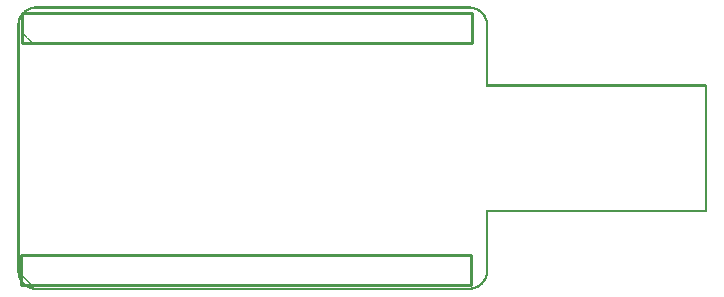
<source format=gto>
G04 MADE WITH FRITZING*
G04 WWW.FRITZING.ORG*
G04 DOUBLE SIDED*
G04 HOLES PLATED*
G04 CONTOUR ON CENTER OF CONTOUR VECTOR*
%ASAXBY*%
%FSLAX23Y23*%
%MOIN*%
%OFA0B0*%
%SFA1.0B1.0*%
%ADD10C,0.010000*%
%ADD11R,0.001000X0.001000*%
%LNSILK1*%
G90*
G70*
G54D10*
X11Y19D02*
X1511Y19D01*
D02*
X1511Y19D02*
X1511Y119D01*
D02*
X1511Y119D02*
X11Y119D01*
D02*
X11Y119D02*
X11Y19D01*
D02*
X14Y824D02*
X1514Y824D01*
D02*
X1514Y824D02*
X1514Y924D01*
D02*
X1514Y924D02*
X14Y924D01*
D02*
X14Y924D02*
X14Y824D01*
G54D11*
X55Y946D02*
X1513Y946D01*
X49Y945D02*
X1519Y945D01*
X46Y944D02*
X1523Y944D01*
X42Y943D02*
X1526Y943D01*
X40Y942D02*
X1529Y942D01*
X37Y941D02*
X1531Y941D01*
X35Y940D02*
X1534Y940D01*
X33Y939D02*
X1536Y939D01*
X32Y938D02*
X54Y938D01*
X1514Y938D02*
X1537Y938D01*
X30Y937D02*
X49Y937D01*
X1520Y937D02*
X1539Y937D01*
X28Y936D02*
X45Y936D01*
X1524Y936D02*
X1541Y936D01*
X27Y935D02*
X42Y935D01*
X1526Y935D02*
X1542Y935D01*
X25Y934D02*
X40Y934D01*
X1529Y934D02*
X1544Y934D01*
X24Y933D02*
X38Y933D01*
X1531Y933D02*
X1545Y933D01*
X23Y932D02*
X36Y932D01*
X1533Y932D02*
X1546Y932D01*
X22Y931D02*
X34Y931D01*
X1535Y931D02*
X1547Y931D01*
X21Y930D02*
X33Y930D01*
X1536Y930D02*
X1548Y930D01*
X19Y929D02*
X31Y929D01*
X1538Y929D02*
X1550Y929D01*
X18Y928D02*
X30Y928D01*
X1539Y928D02*
X1551Y928D01*
X17Y927D02*
X28Y927D01*
X1541Y927D02*
X1552Y927D01*
X17Y926D02*
X27Y926D01*
X1542Y926D02*
X1552Y926D01*
X16Y925D02*
X26Y925D01*
X1543Y925D02*
X1553Y925D01*
X15Y924D02*
X25Y924D01*
X1544Y924D02*
X1554Y924D01*
X14Y923D02*
X24Y923D01*
X1545Y923D02*
X1555Y923D01*
X13Y922D02*
X23Y922D01*
X1546Y922D02*
X1556Y922D01*
X12Y921D02*
X22Y921D01*
X1547Y921D02*
X1557Y921D01*
X12Y920D02*
X21Y920D01*
X1548Y920D02*
X1557Y920D01*
X11Y919D02*
X20Y919D01*
X1549Y919D02*
X1558Y919D01*
X10Y918D02*
X19Y918D01*
X1550Y918D02*
X1559Y918D01*
X10Y917D02*
X18Y917D01*
X1551Y917D02*
X1559Y917D01*
X9Y916D02*
X18Y916D01*
X1551Y916D02*
X1560Y916D01*
X9Y915D02*
X17Y915D01*
X1552Y915D02*
X1560Y915D01*
X8Y914D02*
X16Y914D01*
X1553Y914D02*
X1561Y914D01*
X7Y913D02*
X16Y913D01*
X1553Y913D02*
X1562Y913D01*
X7Y912D02*
X15Y912D01*
X1554Y912D02*
X1562Y912D01*
X6Y911D02*
X14Y911D01*
X1555Y911D02*
X1563Y911D01*
X6Y910D02*
X14Y910D01*
X1555Y910D02*
X1563Y910D01*
X5Y909D02*
X13Y909D01*
X1556Y909D02*
X1564Y909D01*
X5Y908D02*
X13Y908D01*
X1556Y908D02*
X1564Y908D01*
X5Y907D02*
X12Y907D01*
X1557Y907D02*
X1564Y907D01*
X4Y906D02*
X12Y906D01*
X1557Y906D02*
X1565Y906D01*
X4Y905D02*
X11Y905D01*
X1558Y905D02*
X1565Y905D01*
X4Y904D02*
X11Y904D01*
X1558Y904D02*
X1565Y904D01*
X3Y903D02*
X11Y903D01*
X1558Y903D02*
X1566Y903D01*
X3Y902D02*
X10Y902D01*
X1559Y902D02*
X1566Y902D01*
X3Y901D02*
X10Y901D01*
X1559Y901D02*
X1566Y901D01*
X2Y900D02*
X9Y900D01*
X1560Y900D02*
X1567Y900D01*
X2Y899D02*
X9Y899D01*
X1560Y899D02*
X1567Y899D01*
X2Y898D02*
X9Y898D01*
X1560Y898D02*
X1567Y898D01*
X2Y897D02*
X9Y897D01*
X1560Y897D02*
X1567Y897D01*
X1Y896D02*
X8Y896D01*
X1561Y896D02*
X1568Y896D01*
X1Y895D02*
X8Y895D01*
X1561Y895D02*
X1568Y895D01*
X1Y894D02*
X8Y894D01*
X1561Y894D02*
X1568Y894D01*
X1Y893D02*
X8Y893D01*
X1561Y893D02*
X1568Y893D01*
X1Y892D02*
X8Y892D01*
X1561Y892D02*
X1568Y892D01*
X1Y891D02*
X8Y891D01*
X1561Y891D02*
X1569Y891D01*
X0Y890D02*
X7Y890D01*
X1562Y890D02*
X1569Y890D01*
X0Y889D02*
X7Y889D01*
X1562Y889D02*
X1569Y889D01*
X0Y888D02*
X7Y888D01*
X1562Y888D02*
X1569Y888D01*
X0Y887D02*
X7Y887D01*
X1562Y887D02*
X1569Y887D01*
X0Y886D02*
X7Y886D01*
X1562Y886D02*
X1569Y886D01*
X0Y885D02*
X7Y885D01*
X1562Y885D02*
X1569Y885D01*
X0Y884D02*
X7Y884D01*
X1562Y884D02*
X1569Y884D01*
X0Y883D02*
X7Y883D01*
X1562Y883D02*
X1569Y883D01*
X0Y882D02*
X7Y882D01*
X1562Y882D02*
X1569Y882D01*
X0Y881D02*
X7Y881D01*
X1562Y881D02*
X1569Y881D01*
X0Y880D02*
X7Y880D01*
X1562Y880D02*
X1569Y880D01*
X0Y879D02*
X7Y879D01*
X1562Y879D02*
X1569Y879D01*
X0Y878D02*
X7Y878D01*
X1562Y878D02*
X1569Y878D01*
X0Y877D02*
X7Y877D01*
X1562Y877D02*
X1569Y877D01*
X0Y876D02*
X7Y876D01*
X1562Y876D02*
X1569Y876D01*
X0Y875D02*
X7Y875D01*
X1562Y875D02*
X1569Y875D01*
X0Y874D02*
X7Y874D01*
X1562Y874D02*
X1569Y874D01*
X0Y873D02*
X7Y873D01*
X1562Y873D02*
X1569Y873D01*
X0Y872D02*
X7Y872D01*
X1562Y872D02*
X1569Y872D01*
X0Y871D02*
X7Y871D01*
X1562Y871D02*
X1569Y871D01*
X0Y870D02*
X7Y870D01*
X1562Y870D02*
X1569Y870D01*
X0Y869D02*
X7Y869D01*
X1562Y869D02*
X1569Y869D01*
X0Y868D02*
X7Y868D01*
X1562Y868D02*
X1569Y868D01*
X0Y867D02*
X7Y867D01*
X1562Y867D02*
X1569Y867D01*
X0Y866D02*
X7Y866D01*
X1562Y866D02*
X1569Y866D01*
X0Y865D02*
X7Y865D01*
X1562Y865D02*
X1569Y865D01*
X0Y864D02*
X7Y864D01*
X1562Y864D02*
X1569Y864D01*
X0Y863D02*
X7Y863D01*
X1562Y863D02*
X1569Y863D01*
X0Y862D02*
X7Y862D01*
X1562Y862D02*
X1569Y862D01*
X0Y861D02*
X7Y861D01*
X15Y861D02*
X16Y861D01*
X1562Y861D02*
X1569Y861D01*
X0Y860D02*
X7Y860D01*
X14Y860D02*
X17Y860D01*
X1562Y860D02*
X1569Y860D01*
X0Y859D02*
X7Y859D01*
X13Y859D02*
X18Y859D01*
X1562Y859D02*
X1569Y859D01*
X0Y858D02*
X7Y858D01*
X13Y858D02*
X19Y858D01*
X1562Y858D02*
X1569Y858D01*
X0Y857D02*
X7Y857D01*
X14Y857D02*
X20Y857D01*
X1562Y857D02*
X1569Y857D01*
X0Y856D02*
X7Y856D01*
X15Y856D02*
X21Y856D01*
X1562Y856D02*
X1569Y856D01*
X0Y855D02*
X7Y855D01*
X16Y855D02*
X22Y855D01*
X1562Y855D02*
X1569Y855D01*
X0Y854D02*
X7Y854D01*
X17Y854D02*
X23Y854D01*
X1562Y854D02*
X1569Y854D01*
X0Y853D02*
X7Y853D01*
X18Y853D02*
X24Y853D01*
X1562Y853D02*
X1569Y853D01*
X0Y852D02*
X7Y852D01*
X19Y852D02*
X25Y852D01*
X1562Y852D02*
X1569Y852D01*
X0Y851D02*
X7Y851D01*
X20Y851D02*
X26Y851D01*
X1562Y851D02*
X1569Y851D01*
X0Y850D02*
X7Y850D01*
X21Y850D02*
X27Y850D01*
X1562Y850D02*
X1569Y850D01*
X0Y849D02*
X7Y849D01*
X22Y849D02*
X28Y849D01*
X1562Y849D02*
X1569Y849D01*
X0Y848D02*
X7Y848D01*
X23Y848D02*
X29Y848D01*
X1562Y848D02*
X1569Y848D01*
X0Y847D02*
X7Y847D01*
X24Y847D02*
X29Y847D01*
X1562Y847D02*
X1569Y847D01*
X0Y846D02*
X7Y846D01*
X25Y846D02*
X30Y846D01*
X1562Y846D02*
X1569Y846D01*
X0Y845D02*
X7Y845D01*
X26Y845D02*
X31Y845D01*
X1562Y845D02*
X1569Y845D01*
X0Y844D02*
X7Y844D01*
X27Y844D02*
X32Y844D01*
X1562Y844D02*
X1569Y844D01*
X0Y843D02*
X7Y843D01*
X28Y843D02*
X33Y843D01*
X1562Y843D02*
X1569Y843D01*
X0Y842D02*
X7Y842D01*
X29Y842D02*
X34Y842D01*
X1562Y842D02*
X1569Y842D01*
X0Y841D02*
X7Y841D01*
X30Y841D02*
X36Y841D01*
X1562Y841D02*
X1569Y841D01*
X0Y840D02*
X7Y840D01*
X31Y840D02*
X37Y840D01*
X1562Y840D02*
X1569Y840D01*
X0Y839D02*
X7Y839D01*
X32Y839D02*
X38Y839D01*
X1562Y839D02*
X1569Y839D01*
X0Y838D02*
X7Y838D01*
X33Y838D02*
X39Y838D01*
X1562Y838D02*
X1569Y838D01*
X0Y837D02*
X7Y837D01*
X34Y837D02*
X40Y837D01*
X1562Y837D02*
X1569Y837D01*
X0Y836D02*
X7Y836D01*
X35Y836D02*
X41Y836D01*
X1562Y836D02*
X1569Y836D01*
X0Y835D02*
X7Y835D01*
X36Y835D02*
X42Y835D01*
X1562Y835D02*
X1569Y835D01*
X0Y834D02*
X7Y834D01*
X37Y834D02*
X43Y834D01*
X1562Y834D02*
X1569Y834D01*
X0Y833D02*
X7Y833D01*
X38Y833D02*
X44Y833D01*
X1562Y833D02*
X1569Y833D01*
X0Y832D02*
X7Y832D01*
X39Y832D02*
X45Y832D01*
X1562Y832D02*
X1569Y832D01*
X0Y831D02*
X7Y831D01*
X40Y831D02*
X46Y831D01*
X1562Y831D02*
X1569Y831D01*
X0Y830D02*
X7Y830D01*
X41Y830D02*
X47Y830D01*
X1562Y830D02*
X1569Y830D01*
X0Y829D02*
X7Y829D01*
X42Y829D02*
X48Y829D01*
X1562Y829D02*
X1569Y829D01*
X0Y828D02*
X7Y828D01*
X43Y828D02*
X49Y828D01*
X1562Y828D02*
X1569Y828D01*
X0Y827D02*
X7Y827D01*
X44Y827D02*
X50Y827D01*
X1562Y827D02*
X1569Y827D01*
X0Y826D02*
X7Y826D01*
X45Y826D02*
X49Y826D01*
X1562Y826D02*
X1569Y826D01*
X0Y825D02*
X7Y825D01*
X46Y825D02*
X48Y825D01*
X1562Y825D02*
X1569Y825D01*
X0Y824D02*
X7Y824D01*
X47Y824D02*
X47Y824D01*
X1562Y824D02*
X1569Y824D01*
X0Y823D02*
X7Y823D01*
X1562Y823D02*
X1569Y823D01*
X0Y822D02*
X7Y822D01*
X1562Y822D02*
X1569Y822D01*
X0Y821D02*
X7Y821D01*
X1562Y821D02*
X1569Y821D01*
X0Y820D02*
X7Y820D01*
X1562Y820D02*
X1569Y820D01*
X0Y819D02*
X7Y819D01*
X1562Y819D02*
X1569Y819D01*
X0Y818D02*
X7Y818D01*
X1562Y818D02*
X1569Y818D01*
X0Y817D02*
X7Y817D01*
X1562Y817D02*
X1569Y817D01*
X0Y816D02*
X7Y816D01*
X1562Y816D02*
X1569Y816D01*
X0Y815D02*
X7Y815D01*
X1562Y815D02*
X1569Y815D01*
X0Y814D02*
X7Y814D01*
X1562Y814D02*
X1569Y814D01*
X0Y813D02*
X7Y813D01*
X1562Y813D02*
X1569Y813D01*
X0Y812D02*
X7Y812D01*
X1562Y812D02*
X1569Y812D01*
X0Y811D02*
X7Y811D01*
X1562Y811D02*
X1569Y811D01*
X0Y810D02*
X7Y810D01*
X1562Y810D02*
X1569Y810D01*
X0Y809D02*
X7Y809D01*
X1562Y809D02*
X1569Y809D01*
X0Y808D02*
X7Y808D01*
X1562Y808D02*
X1569Y808D01*
X0Y807D02*
X7Y807D01*
X1562Y807D02*
X1569Y807D01*
X0Y806D02*
X7Y806D01*
X1562Y806D02*
X1569Y806D01*
X0Y805D02*
X7Y805D01*
X1562Y805D02*
X1569Y805D01*
X0Y804D02*
X7Y804D01*
X1562Y804D02*
X1569Y804D01*
X0Y803D02*
X7Y803D01*
X1562Y803D02*
X1569Y803D01*
X0Y802D02*
X7Y802D01*
X1562Y802D02*
X1569Y802D01*
X0Y801D02*
X7Y801D01*
X1562Y801D02*
X1569Y801D01*
X0Y800D02*
X7Y800D01*
X1562Y800D02*
X1569Y800D01*
X0Y799D02*
X7Y799D01*
X1562Y799D02*
X1569Y799D01*
X0Y798D02*
X7Y798D01*
X1562Y798D02*
X1569Y798D01*
X0Y797D02*
X7Y797D01*
X1562Y797D02*
X1569Y797D01*
X0Y796D02*
X7Y796D01*
X1562Y796D02*
X1569Y796D01*
X0Y795D02*
X7Y795D01*
X1562Y795D02*
X1569Y795D01*
X0Y794D02*
X7Y794D01*
X1562Y794D02*
X1569Y794D01*
X0Y793D02*
X7Y793D01*
X1562Y793D02*
X1569Y793D01*
X0Y792D02*
X7Y792D01*
X1562Y792D02*
X1569Y792D01*
X0Y791D02*
X7Y791D01*
X1562Y791D02*
X1569Y791D01*
X0Y790D02*
X7Y790D01*
X1562Y790D02*
X1569Y790D01*
X0Y789D02*
X7Y789D01*
X1562Y789D02*
X1569Y789D01*
X0Y788D02*
X7Y788D01*
X1562Y788D02*
X1569Y788D01*
X0Y787D02*
X7Y787D01*
X1562Y787D02*
X1569Y787D01*
X0Y786D02*
X7Y786D01*
X1562Y786D02*
X1569Y786D01*
X0Y785D02*
X7Y785D01*
X1562Y785D02*
X1569Y785D01*
X0Y784D02*
X7Y784D01*
X1562Y784D02*
X1569Y784D01*
X0Y783D02*
X7Y783D01*
X1562Y783D02*
X1569Y783D01*
X0Y782D02*
X7Y782D01*
X1562Y782D02*
X1569Y782D01*
X0Y781D02*
X7Y781D01*
X1562Y781D02*
X1569Y781D01*
X0Y780D02*
X7Y780D01*
X1562Y780D02*
X1569Y780D01*
X0Y779D02*
X7Y779D01*
X1562Y779D02*
X1569Y779D01*
X0Y778D02*
X7Y778D01*
X1562Y778D02*
X1569Y778D01*
X0Y777D02*
X7Y777D01*
X1562Y777D02*
X1569Y777D01*
X0Y776D02*
X7Y776D01*
X1562Y776D02*
X1569Y776D01*
X0Y775D02*
X7Y775D01*
X1562Y775D02*
X1569Y775D01*
X0Y774D02*
X7Y774D01*
X1562Y774D02*
X1569Y774D01*
X0Y773D02*
X7Y773D01*
X1562Y773D02*
X1569Y773D01*
X0Y772D02*
X7Y772D01*
X1562Y772D02*
X1569Y772D01*
X0Y771D02*
X7Y771D01*
X1562Y771D02*
X1569Y771D01*
X0Y770D02*
X7Y770D01*
X1562Y770D02*
X1569Y770D01*
X0Y769D02*
X7Y769D01*
X1562Y769D02*
X1569Y769D01*
X0Y768D02*
X7Y768D01*
X1562Y768D02*
X1569Y768D01*
X0Y767D02*
X7Y767D01*
X1562Y767D02*
X1569Y767D01*
X0Y766D02*
X7Y766D01*
X1562Y766D02*
X1569Y766D01*
X0Y765D02*
X7Y765D01*
X1562Y765D02*
X1569Y765D01*
X0Y764D02*
X7Y764D01*
X1562Y764D02*
X1569Y764D01*
X0Y763D02*
X7Y763D01*
X1562Y763D02*
X1569Y763D01*
X0Y762D02*
X7Y762D01*
X1562Y762D02*
X1569Y762D01*
X0Y761D02*
X7Y761D01*
X1562Y761D02*
X1569Y761D01*
X0Y760D02*
X7Y760D01*
X1562Y760D02*
X1569Y760D01*
X0Y759D02*
X7Y759D01*
X1562Y759D02*
X1569Y759D01*
X0Y758D02*
X7Y758D01*
X1562Y758D02*
X1569Y758D01*
X0Y757D02*
X7Y757D01*
X1562Y757D02*
X1569Y757D01*
X0Y756D02*
X7Y756D01*
X1562Y756D02*
X1569Y756D01*
X0Y755D02*
X7Y755D01*
X1562Y755D02*
X1569Y755D01*
X0Y754D02*
X7Y754D01*
X1562Y754D02*
X1569Y754D01*
X0Y753D02*
X7Y753D01*
X1562Y753D02*
X1569Y753D01*
X0Y752D02*
X7Y752D01*
X1562Y752D02*
X1569Y752D01*
X0Y751D02*
X7Y751D01*
X1562Y751D02*
X1569Y751D01*
X0Y750D02*
X7Y750D01*
X1562Y750D02*
X1569Y750D01*
X0Y749D02*
X7Y749D01*
X1562Y749D02*
X1569Y749D01*
X0Y748D02*
X7Y748D01*
X1562Y748D02*
X1569Y748D01*
X0Y747D02*
X7Y747D01*
X1562Y747D02*
X1569Y747D01*
X0Y746D02*
X7Y746D01*
X1562Y746D02*
X1569Y746D01*
X0Y745D02*
X7Y745D01*
X1562Y745D02*
X1569Y745D01*
X0Y744D02*
X7Y744D01*
X1562Y744D02*
X1569Y744D01*
X0Y743D02*
X7Y743D01*
X1562Y743D02*
X1569Y743D01*
X0Y742D02*
X7Y742D01*
X1562Y742D02*
X1569Y742D01*
X0Y741D02*
X7Y741D01*
X1562Y741D02*
X1569Y741D01*
X0Y740D02*
X7Y740D01*
X1562Y740D02*
X1569Y740D01*
X0Y739D02*
X7Y739D01*
X1562Y739D02*
X1569Y739D01*
X0Y738D02*
X7Y738D01*
X1562Y738D02*
X1569Y738D01*
X0Y737D02*
X7Y737D01*
X1562Y737D02*
X1569Y737D01*
X0Y736D02*
X7Y736D01*
X1562Y736D02*
X1569Y736D01*
X0Y735D02*
X7Y735D01*
X1562Y735D02*
X1569Y735D01*
X0Y734D02*
X7Y734D01*
X1562Y734D02*
X1569Y734D01*
X0Y733D02*
X7Y733D01*
X1562Y733D02*
X1569Y733D01*
X0Y732D02*
X7Y732D01*
X1562Y732D02*
X1569Y732D01*
X0Y731D02*
X7Y731D01*
X1562Y731D02*
X1569Y731D01*
X0Y730D02*
X7Y730D01*
X1562Y730D02*
X1569Y730D01*
X0Y729D02*
X7Y729D01*
X1562Y729D02*
X1569Y729D01*
X0Y728D02*
X7Y728D01*
X1562Y728D02*
X1569Y728D01*
X0Y727D02*
X7Y727D01*
X1562Y727D02*
X1569Y727D01*
X0Y726D02*
X7Y726D01*
X1562Y726D02*
X1569Y726D01*
X0Y725D02*
X7Y725D01*
X1562Y725D02*
X1569Y725D01*
X0Y724D02*
X7Y724D01*
X1562Y724D02*
X1569Y724D01*
X0Y723D02*
X7Y723D01*
X1562Y723D02*
X1569Y723D01*
X0Y722D02*
X7Y722D01*
X1562Y722D02*
X1569Y722D01*
X0Y721D02*
X7Y721D01*
X1562Y721D02*
X1569Y721D01*
X0Y720D02*
X7Y720D01*
X1562Y720D02*
X1569Y720D01*
X0Y719D02*
X7Y719D01*
X1562Y719D02*
X1569Y719D01*
X0Y718D02*
X7Y718D01*
X1562Y718D02*
X1569Y718D01*
X0Y717D02*
X7Y717D01*
X1562Y717D02*
X1569Y717D01*
X0Y716D02*
X7Y716D01*
X1562Y716D02*
X1569Y716D01*
X0Y715D02*
X7Y715D01*
X1562Y715D02*
X1569Y715D01*
X0Y714D02*
X7Y714D01*
X1562Y714D02*
X1569Y714D01*
X0Y713D02*
X7Y713D01*
X1562Y713D02*
X1569Y713D01*
X0Y712D02*
X7Y712D01*
X1562Y712D02*
X1569Y712D01*
X0Y711D02*
X7Y711D01*
X1562Y711D02*
X1569Y711D01*
X0Y710D02*
X7Y710D01*
X1562Y710D02*
X1569Y710D01*
X0Y709D02*
X7Y709D01*
X1562Y709D02*
X1569Y709D01*
X0Y708D02*
X7Y708D01*
X1562Y708D02*
X1569Y708D01*
X0Y707D02*
X7Y707D01*
X1562Y707D02*
X1569Y707D01*
X0Y706D02*
X7Y706D01*
X1562Y706D02*
X1569Y706D01*
X0Y705D02*
X7Y705D01*
X1562Y705D02*
X1569Y705D01*
X0Y704D02*
X7Y704D01*
X1562Y704D02*
X1569Y704D01*
X0Y703D02*
X7Y703D01*
X1562Y703D02*
X1569Y703D01*
X0Y702D02*
X7Y702D01*
X1562Y702D02*
X1569Y702D01*
X0Y701D02*
X7Y701D01*
X1562Y701D02*
X1569Y701D01*
X0Y700D02*
X7Y700D01*
X1562Y700D02*
X1569Y700D01*
X0Y699D02*
X7Y699D01*
X1562Y699D02*
X1569Y699D01*
X0Y698D02*
X7Y698D01*
X1562Y698D02*
X1569Y698D01*
X0Y697D02*
X7Y697D01*
X1562Y697D02*
X1569Y697D01*
X0Y696D02*
X7Y696D01*
X1562Y696D02*
X1569Y696D01*
X0Y695D02*
X7Y695D01*
X1562Y695D02*
X1569Y695D01*
X0Y694D02*
X7Y694D01*
X1562Y694D02*
X1569Y694D01*
X0Y693D02*
X7Y693D01*
X1562Y693D02*
X1569Y693D01*
X0Y692D02*
X7Y692D01*
X1562Y692D02*
X1569Y692D01*
X0Y691D02*
X7Y691D01*
X1562Y691D02*
X1569Y691D01*
X0Y690D02*
X7Y690D01*
X1562Y690D02*
X1569Y690D01*
X0Y689D02*
X7Y689D01*
X1562Y689D02*
X1569Y689D01*
X0Y688D02*
X7Y688D01*
X1562Y688D02*
X1569Y688D01*
X0Y687D02*
X7Y687D01*
X1562Y687D02*
X1569Y687D01*
X0Y686D02*
X7Y686D01*
X1562Y686D02*
X2295Y686D01*
X0Y685D02*
X7Y685D01*
X1562Y685D02*
X2297Y685D01*
X0Y684D02*
X7Y684D01*
X1562Y684D02*
X2298Y684D01*
X0Y683D02*
X7Y683D01*
X1562Y683D02*
X2298Y683D01*
X0Y682D02*
X7Y682D01*
X1562Y682D02*
X2298Y682D01*
X0Y681D02*
X7Y681D01*
X1562Y681D02*
X2298Y681D01*
X0Y680D02*
X7Y680D01*
X1563Y680D02*
X2298Y680D01*
X0Y679D02*
X7Y679D01*
X1564Y679D02*
X2298Y679D01*
X0Y678D02*
X7Y678D01*
X2291Y678D02*
X2298Y678D01*
X0Y677D02*
X7Y677D01*
X2291Y677D02*
X2298Y677D01*
X0Y676D02*
X7Y676D01*
X2291Y676D02*
X2298Y676D01*
X0Y675D02*
X7Y675D01*
X2291Y675D02*
X2298Y675D01*
X0Y674D02*
X7Y674D01*
X2291Y674D02*
X2298Y674D01*
X0Y673D02*
X7Y673D01*
X2291Y673D02*
X2298Y673D01*
X0Y672D02*
X7Y672D01*
X2291Y672D02*
X2298Y672D01*
X0Y671D02*
X7Y671D01*
X2291Y671D02*
X2298Y671D01*
X0Y670D02*
X7Y670D01*
X2291Y670D02*
X2298Y670D01*
X0Y669D02*
X7Y669D01*
X2291Y669D02*
X2298Y669D01*
X0Y668D02*
X7Y668D01*
X2291Y668D02*
X2298Y668D01*
X0Y667D02*
X7Y667D01*
X2291Y667D02*
X2298Y667D01*
X0Y666D02*
X7Y666D01*
X2291Y666D02*
X2298Y666D01*
X0Y665D02*
X7Y665D01*
X2291Y665D02*
X2298Y665D01*
X0Y664D02*
X7Y664D01*
X2291Y664D02*
X2298Y664D01*
X0Y663D02*
X7Y663D01*
X2291Y663D02*
X2298Y663D01*
X0Y662D02*
X7Y662D01*
X2291Y662D02*
X2298Y662D01*
X0Y661D02*
X7Y661D01*
X2291Y661D02*
X2298Y661D01*
X0Y660D02*
X7Y660D01*
X2291Y660D02*
X2298Y660D01*
X0Y659D02*
X7Y659D01*
X2291Y659D02*
X2298Y659D01*
X0Y658D02*
X7Y658D01*
X2291Y658D02*
X2298Y658D01*
X0Y657D02*
X7Y657D01*
X2291Y657D02*
X2298Y657D01*
X0Y656D02*
X7Y656D01*
X2291Y656D02*
X2298Y656D01*
X0Y655D02*
X7Y655D01*
X2291Y655D02*
X2298Y655D01*
X0Y654D02*
X7Y654D01*
X2291Y654D02*
X2298Y654D01*
X0Y653D02*
X7Y653D01*
X2291Y653D02*
X2298Y653D01*
X0Y652D02*
X7Y652D01*
X2291Y652D02*
X2298Y652D01*
X0Y651D02*
X7Y651D01*
X2291Y651D02*
X2298Y651D01*
X0Y650D02*
X7Y650D01*
X2291Y650D02*
X2298Y650D01*
X0Y649D02*
X7Y649D01*
X2291Y649D02*
X2298Y649D01*
X0Y648D02*
X7Y648D01*
X2291Y648D02*
X2298Y648D01*
X0Y647D02*
X7Y647D01*
X2291Y647D02*
X2298Y647D01*
X0Y646D02*
X7Y646D01*
X2291Y646D02*
X2298Y646D01*
X0Y645D02*
X7Y645D01*
X2291Y645D02*
X2298Y645D01*
X0Y644D02*
X7Y644D01*
X2291Y644D02*
X2298Y644D01*
X0Y643D02*
X7Y643D01*
X2291Y643D02*
X2298Y643D01*
X0Y642D02*
X7Y642D01*
X2291Y642D02*
X2298Y642D01*
X0Y641D02*
X7Y641D01*
X2291Y641D02*
X2298Y641D01*
X0Y640D02*
X7Y640D01*
X2291Y640D02*
X2298Y640D01*
X0Y639D02*
X7Y639D01*
X2291Y639D02*
X2298Y639D01*
X0Y638D02*
X7Y638D01*
X2291Y638D02*
X2298Y638D01*
X0Y637D02*
X7Y637D01*
X2291Y637D02*
X2298Y637D01*
X0Y636D02*
X7Y636D01*
X2291Y636D02*
X2298Y636D01*
X0Y635D02*
X7Y635D01*
X2291Y635D02*
X2298Y635D01*
X0Y634D02*
X7Y634D01*
X2291Y634D02*
X2298Y634D01*
X0Y633D02*
X7Y633D01*
X2291Y633D02*
X2298Y633D01*
X0Y632D02*
X7Y632D01*
X2291Y632D02*
X2298Y632D01*
X0Y631D02*
X7Y631D01*
X2291Y631D02*
X2298Y631D01*
X0Y630D02*
X7Y630D01*
X2291Y630D02*
X2298Y630D01*
X0Y629D02*
X7Y629D01*
X2291Y629D02*
X2298Y629D01*
X0Y628D02*
X7Y628D01*
X2291Y628D02*
X2298Y628D01*
X0Y627D02*
X7Y627D01*
X2291Y627D02*
X2298Y627D01*
X0Y626D02*
X7Y626D01*
X2291Y626D02*
X2298Y626D01*
X0Y625D02*
X7Y625D01*
X2291Y625D02*
X2298Y625D01*
X0Y624D02*
X7Y624D01*
X2291Y624D02*
X2298Y624D01*
X0Y623D02*
X7Y623D01*
X2291Y623D02*
X2298Y623D01*
X0Y622D02*
X7Y622D01*
X2291Y622D02*
X2298Y622D01*
X0Y621D02*
X7Y621D01*
X2291Y621D02*
X2298Y621D01*
X0Y620D02*
X7Y620D01*
X2291Y620D02*
X2298Y620D01*
X0Y619D02*
X7Y619D01*
X2291Y619D02*
X2298Y619D01*
X0Y618D02*
X7Y618D01*
X2291Y618D02*
X2298Y618D01*
X0Y617D02*
X7Y617D01*
X2291Y617D02*
X2298Y617D01*
X0Y616D02*
X7Y616D01*
X2291Y616D02*
X2298Y616D01*
X0Y615D02*
X7Y615D01*
X2291Y615D02*
X2298Y615D01*
X0Y614D02*
X7Y614D01*
X2291Y614D02*
X2298Y614D01*
X0Y613D02*
X7Y613D01*
X2291Y613D02*
X2298Y613D01*
X0Y612D02*
X7Y612D01*
X2291Y612D02*
X2298Y612D01*
X0Y611D02*
X7Y611D01*
X2291Y611D02*
X2298Y611D01*
X0Y610D02*
X7Y610D01*
X2291Y610D02*
X2298Y610D01*
X0Y609D02*
X7Y609D01*
X2291Y609D02*
X2298Y609D01*
X0Y608D02*
X7Y608D01*
X2291Y608D02*
X2298Y608D01*
X0Y607D02*
X7Y607D01*
X2291Y607D02*
X2298Y607D01*
X0Y606D02*
X7Y606D01*
X2291Y606D02*
X2298Y606D01*
X0Y605D02*
X7Y605D01*
X2291Y605D02*
X2298Y605D01*
X0Y604D02*
X7Y604D01*
X2291Y604D02*
X2298Y604D01*
X0Y603D02*
X7Y603D01*
X2291Y603D02*
X2298Y603D01*
X0Y602D02*
X7Y602D01*
X2291Y602D02*
X2298Y602D01*
X0Y601D02*
X7Y601D01*
X2291Y601D02*
X2298Y601D01*
X0Y600D02*
X7Y600D01*
X2291Y600D02*
X2298Y600D01*
X0Y599D02*
X7Y599D01*
X2291Y599D02*
X2298Y599D01*
X0Y598D02*
X7Y598D01*
X2291Y598D02*
X2298Y598D01*
X0Y597D02*
X7Y597D01*
X2291Y597D02*
X2298Y597D01*
X0Y596D02*
X7Y596D01*
X2291Y596D02*
X2298Y596D01*
X0Y595D02*
X7Y595D01*
X2291Y595D02*
X2298Y595D01*
X0Y594D02*
X7Y594D01*
X2291Y594D02*
X2298Y594D01*
X0Y593D02*
X7Y593D01*
X2291Y593D02*
X2298Y593D01*
X0Y592D02*
X7Y592D01*
X2291Y592D02*
X2298Y592D01*
X0Y591D02*
X7Y591D01*
X2291Y591D02*
X2298Y591D01*
X0Y590D02*
X7Y590D01*
X2291Y590D02*
X2298Y590D01*
X0Y589D02*
X7Y589D01*
X2291Y589D02*
X2298Y589D01*
X0Y588D02*
X7Y588D01*
X2291Y588D02*
X2298Y588D01*
X0Y587D02*
X7Y587D01*
X2291Y587D02*
X2298Y587D01*
X0Y586D02*
X7Y586D01*
X2291Y586D02*
X2298Y586D01*
X0Y585D02*
X7Y585D01*
X2291Y585D02*
X2298Y585D01*
X0Y584D02*
X7Y584D01*
X2291Y584D02*
X2298Y584D01*
X0Y583D02*
X7Y583D01*
X2291Y583D02*
X2298Y583D01*
X0Y582D02*
X7Y582D01*
X2291Y582D02*
X2298Y582D01*
X0Y581D02*
X7Y581D01*
X2291Y581D02*
X2298Y581D01*
X0Y580D02*
X7Y580D01*
X2291Y580D02*
X2298Y580D01*
X0Y579D02*
X7Y579D01*
X2291Y579D02*
X2298Y579D01*
X0Y578D02*
X7Y578D01*
X2291Y578D02*
X2298Y578D01*
X0Y577D02*
X7Y577D01*
X2291Y577D02*
X2298Y577D01*
X0Y576D02*
X7Y576D01*
X2291Y576D02*
X2298Y576D01*
X0Y575D02*
X7Y575D01*
X2291Y575D02*
X2298Y575D01*
X0Y574D02*
X7Y574D01*
X2291Y574D02*
X2298Y574D01*
X0Y573D02*
X7Y573D01*
X2291Y573D02*
X2298Y573D01*
X0Y572D02*
X7Y572D01*
X2291Y572D02*
X2298Y572D01*
X0Y571D02*
X7Y571D01*
X2291Y571D02*
X2298Y571D01*
X0Y570D02*
X7Y570D01*
X2291Y570D02*
X2298Y570D01*
X0Y569D02*
X7Y569D01*
X2291Y569D02*
X2298Y569D01*
X0Y568D02*
X7Y568D01*
X2291Y568D02*
X2298Y568D01*
X0Y567D02*
X7Y567D01*
X2291Y567D02*
X2298Y567D01*
X0Y566D02*
X7Y566D01*
X2291Y566D02*
X2298Y566D01*
X0Y565D02*
X7Y565D01*
X2291Y565D02*
X2298Y565D01*
X0Y564D02*
X7Y564D01*
X2291Y564D02*
X2298Y564D01*
X0Y563D02*
X7Y563D01*
X2291Y563D02*
X2298Y563D01*
X0Y562D02*
X7Y562D01*
X2291Y562D02*
X2298Y562D01*
X0Y561D02*
X7Y561D01*
X2291Y561D02*
X2298Y561D01*
X0Y560D02*
X7Y560D01*
X2291Y560D02*
X2298Y560D01*
X0Y559D02*
X7Y559D01*
X2291Y559D02*
X2298Y559D01*
X0Y558D02*
X7Y558D01*
X2291Y558D02*
X2298Y558D01*
X0Y557D02*
X7Y557D01*
X2291Y557D02*
X2298Y557D01*
X0Y556D02*
X7Y556D01*
X2291Y556D02*
X2298Y556D01*
X0Y555D02*
X7Y555D01*
X2291Y555D02*
X2298Y555D01*
X0Y554D02*
X7Y554D01*
X2291Y554D02*
X2298Y554D01*
X0Y553D02*
X7Y553D01*
X2291Y553D02*
X2298Y553D01*
X0Y552D02*
X7Y552D01*
X2291Y552D02*
X2298Y552D01*
X0Y551D02*
X7Y551D01*
X2291Y551D02*
X2298Y551D01*
X0Y550D02*
X7Y550D01*
X2291Y550D02*
X2298Y550D01*
X0Y549D02*
X7Y549D01*
X2291Y549D02*
X2298Y549D01*
X0Y548D02*
X7Y548D01*
X2291Y548D02*
X2298Y548D01*
X0Y547D02*
X7Y547D01*
X2291Y547D02*
X2298Y547D01*
X0Y546D02*
X7Y546D01*
X2291Y546D02*
X2298Y546D01*
X0Y545D02*
X7Y545D01*
X2291Y545D02*
X2298Y545D01*
X0Y544D02*
X7Y544D01*
X2291Y544D02*
X2298Y544D01*
X0Y543D02*
X7Y543D01*
X2291Y543D02*
X2298Y543D01*
X0Y542D02*
X7Y542D01*
X2291Y542D02*
X2298Y542D01*
X0Y541D02*
X7Y541D01*
X2291Y541D02*
X2298Y541D01*
X0Y540D02*
X7Y540D01*
X2291Y540D02*
X2298Y540D01*
X0Y539D02*
X7Y539D01*
X2291Y539D02*
X2298Y539D01*
X0Y538D02*
X7Y538D01*
X2291Y538D02*
X2298Y538D01*
X0Y537D02*
X7Y537D01*
X2291Y537D02*
X2298Y537D01*
X0Y536D02*
X7Y536D01*
X2291Y536D02*
X2298Y536D01*
X0Y535D02*
X7Y535D01*
X2291Y535D02*
X2298Y535D01*
X0Y534D02*
X7Y534D01*
X2291Y534D02*
X2298Y534D01*
X0Y533D02*
X7Y533D01*
X2291Y533D02*
X2298Y533D01*
X0Y532D02*
X7Y532D01*
X2291Y532D02*
X2298Y532D01*
X0Y531D02*
X7Y531D01*
X2291Y531D02*
X2298Y531D01*
X0Y530D02*
X7Y530D01*
X2291Y530D02*
X2298Y530D01*
X0Y529D02*
X7Y529D01*
X2291Y529D02*
X2298Y529D01*
X0Y528D02*
X7Y528D01*
X2291Y528D02*
X2298Y528D01*
X0Y527D02*
X7Y527D01*
X2291Y527D02*
X2298Y527D01*
X0Y526D02*
X7Y526D01*
X2291Y526D02*
X2298Y526D01*
X0Y525D02*
X7Y525D01*
X2291Y525D02*
X2298Y525D01*
X0Y524D02*
X7Y524D01*
X2291Y524D02*
X2298Y524D01*
X0Y523D02*
X7Y523D01*
X2291Y523D02*
X2298Y523D01*
X0Y522D02*
X7Y522D01*
X2291Y522D02*
X2298Y522D01*
X0Y521D02*
X7Y521D01*
X2291Y521D02*
X2298Y521D01*
X0Y520D02*
X7Y520D01*
X2291Y520D02*
X2298Y520D01*
X0Y519D02*
X7Y519D01*
X2291Y519D02*
X2298Y519D01*
X0Y518D02*
X7Y518D01*
X2291Y518D02*
X2298Y518D01*
X0Y517D02*
X7Y517D01*
X2291Y517D02*
X2298Y517D01*
X0Y516D02*
X7Y516D01*
X2291Y516D02*
X2298Y516D01*
X0Y515D02*
X7Y515D01*
X2291Y515D02*
X2298Y515D01*
X0Y514D02*
X7Y514D01*
X2291Y514D02*
X2298Y514D01*
X0Y513D02*
X7Y513D01*
X2291Y513D02*
X2298Y513D01*
X0Y512D02*
X7Y512D01*
X2291Y512D02*
X2298Y512D01*
X0Y511D02*
X7Y511D01*
X2291Y511D02*
X2298Y511D01*
X0Y510D02*
X7Y510D01*
X2291Y510D02*
X2298Y510D01*
X0Y509D02*
X7Y509D01*
X2291Y509D02*
X2298Y509D01*
X0Y508D02*
X7Y508D01*
X2291Y508D02*
X2298Y508D01*
X0Y507D02*
X7Y507D01*
X2291Y507D02*
X2298Y507D01*
X0Y506D02*
X7Y506D01*
X2291Y506D02*
X2298Y506D01*
X0Y505D02*
X7Y505D01*
X2291Y505D02*
X2298Y505D01*
X0Y504D02*
X7Y504D01*
X2291Y504D02*
X2298Y504D01*
X0Y503D02*
X7Y503D01*
X2291Y503D02*
X2298Y503D01*
X0Y502D02*
X7Y502D01*
X2291Y502D02*
X2298Y502D01*
X0Y501D02*
X7Y501D01*
X2291Y501D02*
X2298Y501D01*
X0Y500D02*
X7Y500D01*
X2291Y500D02*
X2298Y500D01*
X0Y499D02*
X7Y499D01*
X2291Y499D02*
X2298Y499D01*
X0Y498D02*
X7Y498D01*
X2291Y498D02*
X2298Y498D01*
X0Y497D02*
X7Y497D01*
X2291Y497D02*
X2298Y497D01*
X0Y496D02*
X7Y496D01*
X2291Y496D02*
X2298Y496D01*
X0Y495D02*
X7Y495D01*
X2291Y495D02*
X2298Y495D01*
X0Y494D02*
X7Y494D01*
X2291Y494D02*
X2298Y494D01*
X0Y493D02*
X7Y493D01*
X2291Y493D02*
X2298Y493D01*
X0Y492D02*
X7Y492D01*
X2291Y492D02*
X2298Y492D01*
X0Y491D02*
X7Y491D01*
X2291Y491D02*
X2298Y491D01*
X0Y490D02*
X7Y490D01*
X2291Y490D02*
X2298Y490D01*
X0Y489D02*
X7Y489D01*
X2291Y489D02*
X2298Y489D01*
X0Y488D02*
X7Y488D01*
X2291Y488D02*
X2298Y488D01*
X0Y487D02*
X7Y487D01*
X2291Y487D02*
X2298Y487D01*
X0Y486D02*
X7Y486D01*
X2291Y486D02*
X2298Y486D01*
X0Y485D02*
X7Y485D01*
X2291Y485D02*
X2298Y485D01*
X0Y484D02*
X7Y484D01*
X2291Y484D02*
X2298Y484D01*
X0Y483D02*
X7Y483D01*
X2291Y483D02*
X2298Y483D01*
X0Y482D02*
X7Y482D01*
X2291Y482D02*
X2298Y482D01*
X0Y481D02*
X7Y481D01*
X2291Y481D02*
X2298Y481D01*
X0Y480D02*
X7Y480D01*
X2291Y480D02*
X2298Y480D01*
X0Y479D02*
X7Y479D01*
X2291Y479D02*
X2298Y479D01*
X0Y478D02*
X7Y478D01*
X2291Y478D02*
X2298Y478D01*
X0Y477D02*
X7Y477D01*
X2291Y477D02*
X2298Y477D01*
X0Y476D02*
X7Y476D01*
X2291Y476D02*
X2298Y476D01*
X0Y475D02*
X7Y475D01*
X2291Y475D02*
X2298Y475D01*
X0Y474D02*
X7Y474D01*
X2291Y474D02*
X2298Y474D01*
X0Y473D02*
X7Y473D01*
X2291Y473D02*
X2298Y473D01*
X0Y472D02*
X7Y472D01*
X2291Y472D02*
X2298Y472D01*
X0Y471D02*
X7Y471D01*
X2291Y471D02*
X2298Y471D01*
X0Y470D02*
X7Y470D01*
X2291Y470D02*
X2298Y470D01*
X0Y469D02*
X7Y469D01*
X2291Y469D02*
X2298Y469D01*
X0Y468D02*
X7Y468D01*
X2291Y468D02*
X2298Y468D01*
X0Y467D02*
X7Y467D01*
X2291Y467D02*
X2298Y467D01*
X0Y466D02*
X7Y466D01*
X2291Y466D02*
X2298Y466D01*
X0Y465D02*
X7Y465D01*
X2291Y465D02*
X2298Y465D01*
X0Y464D02*
X7Y464D01*
X2291Y464D02*
X2298Y464D01*
X0Y463D02*
X7Y463D01*
X2291Y463D02*
X2298Y463D01*
X0Y462D02*
X7Y462D01*
X2291Y462D02*
X2298Y462D01*
X0Y461D02*
X7Y461D01*
X2291Y461D02*
X2298Y461D01*
X0Y460D02*
X7Y460D01*
X2291Y460D02*
X2298Y460D01*
X0Y459D02*
X7Y459D01*
X2291Y459D02*
X2298Y459D01*
X0Y458D02*
X7Y458D01*
X2291Y458D02*
X2298Y458D01*
X0Y457D02*
X7Y457D01*
X2291Y457D02*
X2298Y457D01*
X0Y456D02*
X7Y456D01*
X2291Y456D02*
X2298Y456D01*
X0Y455D02*
X7Y455D01*
X2291Y455D02*
X2298Y455D01*
X0Y454D02*
X7Y454D01*
X2291Y454D02*
X2298Y454D01*
X0Y453D02*
X7Y453D01*
X2291Y453D02*
X2298Y453D01*
X0Y452D02*
X7Y452D01*
X2291Y452D02*
X2298Y452D01*
X0Y451D02*
X7Y451D01*
X2291Y451D02*
X2298Y451D01*
X0Y450D02*
X7Y450D01*
X2291Y450D02*
X2298Y450D01*
X0Y449D02*
X7Y449D01*
X2291Y449D02*
X2298Y449D01*
X0Y448D02*
X7Y448D01*
X2291Y448D02*
X2298Y448D01*
X0Y447D02*
X7Y447D01*
X2291Y447D02*
X2298Y447D01*
X0Y446D02*
X7Y446D01*
X2291Y446D02*
X2298Y446D01*
X0Y445D02*
X7Y445D01*
X2291Y445D02*
X2298Y445D01*
X0Y444D02*
X7Y444D01*
X2291Y444D02*
X2298Y444D01*
X0Y443D02*
X7Y443D01*
X2291Y443D02*
X2298Y443D01*
X0Y442D02*
X7Y442D01*
X2291Y442D02*
X2298Y442D01*
X0Y441D02*
X7Y441D01*
X2291Y441D02*
X2298Y441D01*
X0Y440D02*
X7Y440D01*
X2291Y440D02*
X2298Y440D01*
X0Y439D02*
X7Y439D01*
X2291Y439D02*
X2298Y439D01*
X0Y438D02*
X7Y438D01*
X2291Y438D02*
X2298Y438D01*
X0Y437D02*
X7Y437D01*
X2291Y437D02*
X2298Y437D01*
X0Y436D02*
X7Y436D01*
X2291Y436D02*
X2298Y436D01*
X0Y435D02*
X7Y435D01*
X2291Y435D02*
X2298Y435D01*
X0Y434D02*
X7Y434D01*
X2291Y434D02*
X2298Y434D01*
X0Y433D02*
X7Y433D01*
X2291Y433D02*
X2298Y433D01*
X0Y432D02*
X7Y432D01*
X2291Y432D02*
X2298Y432D01*
X0Y431D02*
X7Y431D01*
X2291Y431D02*
X2298Y431D01*
X0Y430D02*
X7Y430D01*
X2291Y430D02*
X2298Y430D01*
X0Y429D02*
X7Y429D01*
X2291Y429D02*
X2298Y429D01*
X0Y428D02*
X7Y428D01*
X2291Y428D02*
X2298Y428D01*
X0Y427D02*
X7Y427D01*
X2291Y427D02*
X2298Y427D01*
X0Y426D02*
X7Y426D01*
X2291Y426D02*
X2298Y426D01*
X0Y425D02*
X7Y425D01*
X2291Y425D02*
X2298Y425D01*
X0Y424D02*
X7Y424D01*
X2291Y424D02*
X2298Y424D01*
X0Y423D02*
X7Y423D01*
X2291Y423D02*
X2298Y423D01*
X0Y422D02*
X7Y422D01*
X2291Y422D02*
X2298Y422D01*
X0Y421D02*
X7Y421D01*
X2291Y421D02*
X2298Y421D01*
X0Y420D02*
X7Y420D01*
X2291Y420D02*
X2298Y420D01*
X0Y419D02*
X7Y419D01*
X2291Y419D02*
X2298Y419D01*
X0Y418D02*
X7Y418D01*
X2291Y418D02*
X2298Y418D01*
X0Y417D02*
X7Y417D01*
X2291Y417D02*
X2298Y417D01*
X0Y416D02*
X7Y416D01*
X2291Y416D02*
X2298Y416D01*
X0Y415D02*
X7Y415D01*
X2291Y415D02*
X2298Y415D01*
X0Y414D02*
X7Y414D01*
X2291Y414D02*
X2298Y414D01*
X0Y413D02*
X7Y413D01*
X2291Y413D02*
X2298Y413D01*
X0Y412D02*
X7Y412D01*
X2291Y412D02*
X2298Y412D01*
X0Y411D02*
X7Y411D01*
X2291Y411D02*
X2298Y411D01*
X0Y410D02*
X7Y410D01*
X2291Y410D02*
X2298Y410D01*
X0Y409D02*
X7Y409D01*
X2291Y409D02*
X2298Y409D01*
X0Y408D02*
X7Y408D01*
X2291Y408D02*
X2298Y408D01*
X0Y407D02*
X7Y407D01*
X2291Y407D02*
X2298Y407D01*
X0Y406D02*
X7Y406D01*
X2291Y406D02*
X2298Y406D01*
X0Y405D02*
X7Y405D01*
X2291Y405D02*
X2298Y405D01*
X0Y404D02*
X7Y404D01*
X2291Y404D02*
X2298Y404D01*
X0Y403D02*
X7Y403D01*
X2291Y403D02*
X2298Y403D01*
X0Y402D02*
X7Y402D01*
X2291Y402D02*
X2298Y402D01*
X0Y401D02*
X7Y401D01*
X2291Y401D02*
X2298Y401D01*
X0Y400D02*
X7Y400D01*
X2291Y400D02*
X2298Y400D01*
X0Y399D02*
X7Y399D01*
X2291Y399D02*
X2298Y399D01*
X0Y398D02*
X7Y398D01*
X2291Y398D02*
X2298Y398D01*
X0Y397D02*
X7Y397D01*
X2291Y397D02*
X2298Y397D01*
X0Y396D02*
X7Y396D01*
X2291Y396D02*
X2298Y396D01*
X0Y395D02*
X7Y395D01*
X2291Y395D02*
X2298Y395D01*
X0Y394D02*
X7Y394D01*
X2291Y394D02*
X2298Y394D01*
X0Y393D02*
X7Y393D01*
X2291Y393D02*
X2298Y393D01*
X0Y392D02*
X7Y392D01*
X2291Y392D02*
X2298Y392D01*
X0Y391D02*
X7Y391D01*
X2291Y391D02*
X2298Y391D01*
X0Y390D02*
X7Y390D01*
X2291Y390D02*
X2298Y390D01*
X0Y389D02*
X7Y389D01*
X2291Y389D02*
X2298Y389D01*
X0Y388D02*
X7Y388D01*
X2291Y388D02*
X2298Y388D01*
X0Y387D02*
X7Y387D01*
X2291Y387D02*
X2298Y387D01*
X0Y386D02*
X7Y386D01*
X2291Y386D02*
X2298Y386D01*
X0Y385D02*
X7Y385D01*
X2291Y385D02*
X2298Y385D01*
X0Y384D02*
X7Y384D01*
X2291Y384D02*
X2298Y384D01*
X0Y383D02*
X7Y383D01*
X2291Y383D02*
X2298Y383D01*
X0Y382D02*
X7Y382D01*
X2291Y382D02*
X2298Y382D01*
X0Y381D02*
X7Y381D01*
X2291Y381D02*
X2298Y381D01*
X0Y380D02*
X7Y380D01*
X2291Y380D02*
X2298Y380D01*
X0Y379D02*
X7Y379D01*
X2291Y379D02*
X2298Y379D01*
X0Y378D02*
X7Y378D01*
X2291Y378D02*
X2298Y378D01*
X0Y377D02*
X7Y377D01*
X2291Y377D02*
X2298Y377D01*
X0Y376D02*
X7Y376D01*
X2291Y376D02*
X2298Y376D01*
X0Y375D02*
X7Y375D01*
X2291Y375D02*
X2298Y375D01*
X0Y374D02*
X7Y374D01*
X2291Y374D02*
X2298Y374D01*
X0Y373D02*
X7Y373D01*
X2291Y373D02*
X2298Y373D01*
X0Y372D02*
X7Y372D01*
X2291Y372D02*
X2298Y372D01*
X0Y371D02*
X7Y371D01*
X2291Y371D02*
X2298Y371D01*
X0Y370D02*
X7Y370D01*
X2291Y370D02*
X2298Y370D01*
X0Y369D02*
X7Y369D01*
X2291Y369D02*
X2298Y369D01*
X0Y368D02*
X7Y368D01*
X2291Y368D02*
X2298Y368D01*
X0Y367D02*
X7Y367D01*
X2291Y367D02*
X2298Y367D01*
X0Y366D02*
X7Y366D01*
X2291Y366D02*
X2298Y366D01*
X0Y365D02*
X7Y365D01*
X2291Y365D02*
X2298Y365D01*
X0Y364D02*
X7Y364D01*
X2291Y364D02*
X2298Y364D01*
X0Y363D02*
X7Y363D01*
X2291Y363D02*
X2298Y363D01*
X0Y362D02*
X7Y362D01*
X2291Y362D02*
X2298Y362D01*
X0Y361D02*
X7Y361D01*
X2291Y361D02*
X2298Y361D01*
X0Y360D02*
X7Y360D01*
X2291Y360D02*
X2298Y360D01*
X0Y359D02*
X7Y359D01*
X2291Y359D02*
X2298Y359D01*
X0Y358D02*
X7Y358D01*
X2291Y358D02*
X2298Y358D01*
X0Y357D02*
X7Y357D01*
X2291Y357D02*
X2298Y357D01*
X0Y356D02*
X7Y356D01*
X2291Y356D02*
X2298Y356D01*
X0Y355D02*
X7Y355D01*
X2291Y355D02*
X2298Y355D01*
X0Y354D02*
X7Y354D01*
X2291Y354D02*
X2298Y354D01*
X0Y353D02*
X7Y353D01*
X2291Y353D02*
X2298Y353D01*
X0Y352D02*
X7Y352D01*
X2291Y352D02*
X2298Y352D01*
X0Y351D02*
X7Y351D01*
X2291Y351D02*
X2298Y351D01*
X0Y350D02*
X7Y350D01*
X2291Y350D02*
X2298Y350D01*
X0Y349D02*
X7Y349D01*
X2291Y349D02*
X2298Y349D01*
X0Y348D02*
X7Y348D01*
X2291Y348D02*
X2298Y348D01*
X0Y347D02*
X7Y347D01*
X2291Y347D02*
X2298Y347D01*
X0Y346D02*
X7Y346D01*
X2291Y346D02*
X2298Y346D01*
X0Y345D02*
X7Y345D01*
X2291Y345D02*
X2298Y345D01*
X0Y344D02*
X7Y344D01*
X2291Y344D02*
X2298Y344D01*
X0Y343D02*
X7Y343D01*
X2291Y343D02*
X2298Y343D01*
X0Y342D02*
X7Y342D01*
X2291Y342D02*
X2298Y342D01*
X0Y341D02*
X7Y341D01*
X2291Y341D02*
X2298Y341D01*
X0Y340D02*
X7Y340D01*
X2291Y340D02*
X2298Y340D01*
X0Y339D02*
X7Y339D01*
X2291Y339D02*
X2298Y339D01*
X0Y338D02*
X7Y338D01*
X2291Y338D02*
X2298Y338D01*
X0Y337D02*
X7Y337D01*
X2291Y337D02*
X2298Y337D01*
X0Y336D02*
X7Y336D01*
X2291Y336D02*
X2298Y336D01*
X0Y335D02*
X7Y335D01*
X2291Y335D02*
X2298Y335D01*
X0Y334D02*
X7Y334D01*
X2291Y334D02*
X2298Y334D01*
X0Y333D02*
X7Y333D01*
X2291Y333D02*
X2298Y333D01*
X0Y332D02*
X7Y332D01*
X2291Y332D02*
X2298Y332D01*
X0Y331D02*
X7Y331D01*
X2291Y331D02*
X2298Y331D01*
X0Y330D02*
X7Y330D01*
X2291Y330D02*
X2298Y330D01*
X0Y329D02*
X7Y329D01*
X2291Y329D02*
X2298Y329D01*
X0Y328D02*
X7Y328D01*
X2291Y328D02*
X2298Y328D01*
X0Y327D02*
X7Y327D01*
X2291Y327D02*
X2298Y327D01*
X0Y326D02*
X7Y326D01*
X2291Y326D02*
X2298Y326D01*
X0Y325D02*
X7Y325D01*
X2291Y325D02*
X2298Y325D01*
X0Y324D02*
X7Y324D01*
X2291Y324D02*
X2298Y324D01*
X0Y323D02*
X7Y323D01*
X2291Y323D02*
X2298Y323D01*
X0Y322D02*
X7Y322D01*
X2291Y322D02*
X2298Y322D01*
X0Y321D02*
X7Y321D01*
X2291Y321D02*
X2298Y321D01*
X0Y320D02*
X7Y320D01*
X2291Y320D02*
X2298Y320D01*
X0Y319D02*
X7Y319D01*
X2291Y319D02*
X2298Y319D01*
X0Y318D02*
X7Y318D01*
X2291Y318D02*
X2298Y318D01*
X0Y317D02*
X7Y317D01*
X2291Y317D02*
X2298Y317D01*
X0Y316D02*
X7Y316D01*
X2291Y316D02*
X2298Y316D01*
X0Y315D02*
X7Y315D01*
X2291Y315D02*
X2298Y315D01*
X0Y314D02*
X7Y314D01*
X2291Y314D02*
X2298Y314D01*
X0Y313D02*
X7Y313D01*
X2291Y313D02*
X2298Y313D01*
X0Y312D02*
X7Y312D01*
X2291Y312D02*
X2298Y312D01*
X0Y311D02*
X7Y311D01*
X2291Y311D02*
X2298Y311D01*
X0Y310D02*
X7Y310D01*
X2291Y310D02*
X2298Y310D01*
X0Y309D02*
X7Y309D01*
X2291Y309D02*
X2298Y309D01*
X0Y308D02*
X7Y308D01*
X2291Y308D02*
X2298Y308D01*
X0Y307D02*
X7Y307D01*
X2291Y307D02*
X2298Y307D01*
X0Y306D02*
X7Y306D01*
X2291Y306D02*
X2298Y306D01*
X0Y305D02*
X7Y305D01*
X2291Y305D02*
X2298Y305D01*
X0Y304D02*
X7Y304D01*
X2291Y304D02*
X2298Y304D01*
X0Y303D02*
X7Y303D01*
X2291Y303D02*
X2298Y303D01*
X0Y302D02*
X7Y302D01*
X2291Y302D02*
X2298Y302D01*
X0Y301D02*
X7Y301D01*
X2291Y301D02*
X2298Y301D01*
X0Y300D02*
X7Y300D01*
X2291Y300D02*
X2298Y300D01*
X0Y299D02*
X7Y299D01*
X2291Y299D02*
X2298Y299D01*
X0Y298D02*
X7Y298D01*
X2291Y298D02*
X2298Y298D01*
X0Y297D02*
X7Y297D01*
X2291Y297D02*
X2298Y297D01*
X0Y296D02*
X7Y296D01*
X2291Y296D02*
X2298Y296D01*
X0Y295D02*
X7Y295D01*
X2291Y295D02*
X2298Y295D01*
X0Y294D02*
X7Y294D01*
X2291Y294D02*
X2298Y294D01*
X0Y293D02*
X7Y293D01*
X2291Y293D02*
X2298Y293D01*
X0Y292D02*
X7Y292D01*
X2291Y292D02*
X2298Y292D01*
X0Y291D02*
X7Y291D01*
X2291Y291D02*
X2298Y291D01*
X0Y290D02*
X7Y290D01*
X2291Y290D02*
X2298Y290D01*
X0Y289D02*
X7Y289D01*
X2291Y289D02*
X2298Y289D01*
X0Y288D02*
X7Y288D01*
X2291Y288D02*
X2298Y288D01*
X0Y287D02*
X7Y287D01*
X2291Y287D02*
X2298Y287D01*
X0Y286D02*
X7Y286D01*
X2291Y286D02*
X2298Y286D01*
X0Y285D02*
X7Y285D01*
X2291Y285D02*
X2298Y285D01*
X0Y284D02*
X7Y284D01*
X2291Y284D02*
X2298Y284D01*
X0Y283D02*
X7Y283D01*
X2291Y283D02*
X2298Y283D01*
X0Y282D02*
X7Y282D01*
X2291Y282D02*
X2298Y282D01*
X0Y281D02*
X7Y281D01*
X2291Y281D02*
X2298Y281D01*
X0Y280D02*
X7Y280D01*
X2291Y280D02*
X2298Y280D01*
X0Y279D02*
X7Y279D01*
X2291Y279D02*
X2298Y279D01*
X0Y278D02*
X7Y278D01*
X2291Y278D02*
X2298Y278D01*
X0Y277D02*
X7Y277D01*
X2291Y277D02*
X2298Y277D01*
X0Y276D02*
X7Y276D01*
X2291Y276D02*
X2298Y276D01*
X0Y275D02*
X7Y275D01*
X2291Y275D02*
X2298Y275D01*
X0Y274D02*
X7Y274D01*
X2291Y274D02*
X2298Y274D01*
X0Y273D02*
X7Y273D01*
X2291Y273D02*
X2298Y273D01*
X0Y272D02*
X7Y272D01*
X2291Y272D02*
X2298Y272D01*
X0Y271D02*
X7Y271D01*
X2291Y271D02*
X2298Y271D01*
X0Y270D02*
X7Y270D01*
X2291Y270D02*
X2298Y270D01*
X0Y269D02*
X7Y269D01*
X1564Y269D02*
X2298Y269D01*
X0Y268D02*
X7Y268D01*
X1563Y268D02*
X2298Y268D01*
X0Y267D02*
X7Y267D01*
X1562Y267D02*
X2298Y267D01*
X0Y266D02*
X7Y266D01*
X1562Y266D02*
X2298Y266D01*
X0Y265D02*
X7Y265D01*
X1562Y265D02*
X2298Y265D01*
X0Y264D02*
X7Y264D01*
X1562Y264D02*
X2297Y264D01*
X0Y263D02*
X7Y263D01*
X1562Y263D02*
X2297Y263D01*
X0Y262D02*
X7Y262D01*
X1562Y262D02*
X2295Y262D01*
X0Y261D02*
X7Y261D01*
X1562Y261D02*
X1569Y261D01*
X0Y260D02*
X7Y260D01*
X1562Y260D02*
X1569Y260D01*
X0Y259D02*
X7Y259D01*
X1562Y259D02*
X1569Y259D01*
X0Y258D02*
X7Y258D01*
X1562Y258D02*
X1569Y258D01*
X0Y257D02*
X7Y257D01*
X1562Y257D02*
X1569Y257D01*
X0Y256D02*
X7Y256D01*
X1562Y256D02*
X1569Y256D01*
X0Y255D02*
X7Y255D01*
X1562Y255D02*
X1569Y255D01*
X0Y254D02*
X7Y254D01*
X1562Y254D02*
X1569Y254D01*
X0Y253D02*
X7Y253D01*
X1562Y253D02*
X1569Y253D01*
X0Y252D02*
X7Y252D01*
X1562Y252D02*
X1569Y252D01*
X0Y251D02*
X7Y251D01*
X1562Y251D02*
X1569Y251D01*
X0Y250D02*
X7Y250D01*
X1562Y250D02*
X1569Y250D01*
X0Y249D02*
X7Y249D01*
X1562Y249D02*
X1569Y249D01*
X0Y248D02*
X7Y248D01*
X1562Y248D02*
X1569Y248D01*
X0Y247D02*
X7Y247D01*
X1562Y247D02*
X1569Y247D01*
X0Y246D02*
X7Y246D01*
X1562Y246D02*
X1569Y246D01*
X0Y245D02*
X7Y245D01*
X1562Y245D02*
X1569Y245D01*
X0Y244D02*
X7Y244D01*
X1562Y244D02*
X1569Y244D01*
X0Y243D02*
X7Y243D01*
X1562Y243D02*
X1569Y243D01*
X0Y242D02*
X7Y242D01*
X1562Y242D02*
X1569Y242D01*
X0Y241D02*
X7Y241D01*
X1562Y241D02*
X1569Y241D01*
X0Y240D02*
X7Y240D01*
X1562Y240D02*
X1569Y240D01*
X0Y239D02*
X7Y239D01*
X1562Y239D02*
X1569Y239D01*
X0Y238D02*
X7Y238D01*
X1562Y238D02*
X1569Y238D01*
X0Y237D02*
X7Y237D01*
X1562Y237D02*
X1569Y237D01*
X0Y236D02*
X7Y236D01*
X1562Y236D02*
X1569Y236D01*
X0Y235D02*
X7Y235D01*
X1562Y235D02*
X1569Y235D01*
X0Y234D02*
X7Y234D01*
X1562Y234D02*
X1569Y234D01*
X0Y233D02*
X7Y233D01*
X1562Y233D02*
X1569Y233D01*
X0Y232D02*
X7Y232D01*
X1562Y232D02*
X1569Y232D01*
X0Y231D02*
X7Y231D01*
X1562Y231D02*
X1569Y231D01*
X0Y230D02*
X7Y230D01*
X1562Y230D02*
X1569Y230D01*
X0Y229D02*
X7Y229D01*
X1562Y229D02*
X1569Y229D01*
X0Y228D02*
X7Y228D01*
X1562Y228D02*
X1569Y228D01*
X0Y227D02*
X7Y227D01*
X1562Y227D02*
X1569Y227D01*
X0Y226D02*
X7Y226D01*
X1562Y226D02*
X1569Y226D01*
X0Y225D02*
X7Y225D01*
X1562Y225D02*
X1569Y225D01*
X0Y224D02*
X7Y224D01*
X1562Y224D02*
X1569Y224D01*
X0Y223D02*
X7Y223D01*
X1562Y223D02*
X1569Y223D01*
X0Y222D02*
X7Y222D01*
X1562Y222D02*
X1569Y222D01*
X0Y221D02*
X7Y221D01*
X1562Y221D02*
X1569Y221D01*
X0Y220D02*
X7Y220D01*
X1562Y220D02*
X1569Y220D01*
X0Y219D02*
X7Y219D01*
X1562Y219D02*
X1569Y219D01*
X0Y218D02*
X7Y218D01*
X1562Y218D02*
X1569Y218D01*
X0Y217D02*
X7Y217D01*
X1562Y217D02*
X1569Y217D01*
X0Y216D02*
X7Y216D01*
X1562Y216D02*
X1569Y216D01*
X0Y215D02*
X7Y215D01*
X1562Y215D02*
X1569Y215D01*
X0Y214D02*
X7Y214D01*
X1562Y214D02*
X1569Y214D01*
X0Y213D02*
X7Y213D01*
X1562Y213D02*
X1569Y213D01*
X0Y212D02*
X7Y212D01*
X1562Y212D02*
X1569Y212D01*
X0Y211D02*
X7Y211D01*
X1562Y211D02*
X1569Y211D01*
X0Y210D02*
X7Y210D01*
X1562Y210D02*
X1569Y210D01*
X0Y209D02*
X7Y209D01*
X1562Y209D02*
X1569Y209D01*
X0Y208D02*
X7Y208D01*
X1562Y208D02*
X1569Y208D01*
X0Y207D02*
X7Y207D01*
X1562Y207D02*
X1569Y207D01*
X0Y206D02*
X7Y206D01*
X1562Y206D02*
X1569Y206D01*
X0Y205D02*
X7Y205D01*
X1562Y205D02*
X1569Y205D01*
X0Y204D02*
X7Y204D01*
X1562Y204D02*
X1569Y204D01*
X0Y203D02*
X7Y203D01*
X1562Y203D02*
X1569Y203D01*
X0Y202D02*
X7Y202D01*
X1562Y202D02*
X1569Y202D01*
X0Y201D02*
X7Y201D01*
X1562Y201D02*
X1569Y201D01*
X0Y200D02*
X7Y200D01*
X1562Y200D02*
X1569Y200D01*
X0Y199D02*
X7Y199D01*
X1562Y199D02*
X1569Y199D01*
X0Y198D02*
X7Y198D01*
X1562Y198D02*
X1569Y198D01*
X0Y197D02*
X7Y197D01*
X1562Y197D02*
X1569Y197D01*
X0Y196D02*
X7Y196D01*
X1562Y196D02*
X1569Y196D01*
X0Y195D02*
X7Y195D01*
X1562Y195D02*
X1569Y195D01*
X0Y194D02*
X7Y194D01*
X1562Y194D02*
X1569Y194D01*
X0Y193D02*
X7Y193D01*
X1562Y193D02*
X1569Y193D01*
X0Y192D02*
X7Y192D01*
X1562Y192D02*
X1569Y192D01*
X0Y191D02*
X7Y191D01*
X1562Y191D02*
X1569Y191D01*
X0Y190D02*
X7Y190D01*
X1562Y190D02*
X1569Y190D01*
X0Y189D02*
X7Y189D01*
X1562Y189D02*
X1569Y189D01*
X0Y188D02*
X7Y188D01*
X1562Y188D02*
X1569Y188D01*
X0Y187D02*
X7Y187D01*
X1562Y187D02*
X1569Y187D01*
X0Y186D02*
X7Y186D01*
X1562Y186D02*
X1569Y186D01*
X0Y185D02*
X7Y185D01*
X1562Y185D02*
X1569Y185D01*
X0Y184D02*
X7Y184D01*
X1562Y184D02*
X1569Y184D01*
X0Y183D02*
X7Y183D01*
X1562Y183D02*
X1569Y183D01*
X0Y182D02*
X7Y182D01*
X1562Y182D02*
X1569Y182D01*
X0Y181D02*
X7Y181D01*
X1562Y181D02*
X1569Y181D01*
X0Y180D02*
X7Y180D01*
X1562Y180D02*
X1569Y180D01*
X0Y179D02*
X7Y179D01*
X1562Y179D02*
X1569Y179D01*
X0Y178D02*
X7Y178D01*
X1562Y178D02*
X1569Y178D01*
X0Y177D02*
X7Y177D01*
X1562Y177D02*
X1569Y177D01*
X0Y176D02*
X7Y176D01*
X1562Y176D02*
X1569Y176D01*
X0Y175D02*
X7Y175D01*
X1562Y175D02*
X1569Y175D01*
X0Y174D02*
X7Y174D01*
X1562Y174D02*
X1569Y174D01*
X0Y173D02*
X7Y173D01*
X1562Y173D02*
X1569Y173D01*
X0Y172D02*
X7Y172D01*
X1562Y172D02*
X1569Y172D01*
X0Y171D02*
X7Y171D01*
X1562Y171D02*
X1569Y171D01*
X0Y170D02*
X7Y170D01*
X1562Y170D02*
X1569Y170D01*
X0Y169D02*
X7Y169D01*
X1562Y169D02*
X1569Y169D01*
X0Y168D02*
X7Y168D01*
X1562Y168D02*
X1569Y168D01*
X0Y167D02*
X7Y167D01*
X1562Y167D02*
X1569Y167D01*
X0Y166D02*
X7Y166D01*
X1562Y166D02*
X1569Y166D01*
X0Y165D02*
X7Y165D01*
X1562Y165D02*
X1569Y165D01*
X0Y164D02*
X7Y164D01*
X1562Y164D02*
X1569Y164D01*
X0Y163D02*
X7Y163D01*
X1562Y163D02*
X1569Y163D01*
X0Y162D02*
X7Y162D01*
X1562Y162D02*
X1569Y162D01*
X0Y161D02*
X7Y161D01*
X1562Y161D02*
X1569Y161D01*
X0Y160D02*
X7Y160D01*
X1562Y160D02*
X1569Y160D01*
X0Y159D02*
X7Y159D01*
X1562Y159D02*
X1569Y159D01*
X0Y158D02*
X7Y158D01*
X1562Y158D02*
X1569Y158D01*
X0Y157D02*
X7Y157D01*
X1562Y157D02*
X1569Y157D01*
X0Y156D02*
X7Y156D01*
X1562Y156D02*
X1569Y156D01*
X0Y155D02*
X7Y155D01*
X1562Y155D02*
X1569Y155D01*
X0Y154D02*
X7Y154D01*
X1562Y154D02*
X1569Y154D01*
X0Y153D02*
X7Y153D01*
X1562Y153D02*
X1569Y153D01*
X0Y152D02*
X7Y152D01*
X1562Y152D02*
X1569Y152D01*
X0Y151D02*
X7Y151D01*
X1562Y151D02*
X1569Y151D01*
X0Y150D02*
X7Y150D01*
X1562Y150D02*
X1569Y150D01*
X0Y149D02*
X7Y149D01*
X1562Y149D02*
X1569Y149D01*
X0Y148D02*
X7Y148D01*
X1562Y148D02*
X1569Y148D01*
X0Y147D02*
X7Y147D01*
X1562Y147D02*
X1569Y147D01*
X0Y146D02*
X7Y146D01*
X1562Y146D02*
X1569Y146D01*
X0Y145D02*
X7Y145D01*
X1562Y145D02*
X1569Y145D01*
X0Y144D02*
X7Y144D01*
X1562Y144D02*
X1569Y144D01*
X0Y143D02*
X7Y143D01*
X1562Y143D02*
X1569Y143D01*
X0Y142D02*
X7Y142D01*
X1562Y142D02*
X1569Y142D01*
X0Y141D02*
X7Y141D01*
X1562Y141D02*
X1569Y141D01*
X0Y140D02*
X7Y140D01*
X1562Y140D02*
X1569Y140D01*
X0Y139D02*
X7Y139D01*
X1562Y139D02*
X1569Y139D01*
X0Y138D02*
X7Y138D01*
X1562Y138D02*
X1569Y138D01*
X0Y137D02*
X7Y137D01*
X1562Y137D02*
X1569Y137D01*
X0Y136D02*
X7Y136D01*
X1562Y136D02*
X1569Y136D01*
X0Y135D02*
X7Y135D01*
X1562Y135D02*
X1569Y135D01*
X0Y134D02*
X7Y134D01*
X1562Y134D02*
X1569Y134D01*
X0Y133D02*
X7Y133D01*
X1562Y133D02*
X1569Y133D01*
X0Y132D02*
X7Y132D01*
X1562Y132D02*
X1569Y132D01*
X0Y131D02*
X7Y131D01*
X1562Y131D02*
X1569Y131D01*
X0Y130D02*
X7Y130D01*
X1562Y130D02*
X1569Y130D01*
X0Y129D02*
X7Y129D01*
X1562Y129D02*
X1569Y129D01*
X0Y128D02*
X7Y128D01*
X1562Y128D02*
X1569Y128D01*
X0Y127D02*
X7Y127D01*
X1562Y127D02*
X1569Y127D01*
X0Y126D02*
X7Y126D01*
X1562Y126D02*
X1569Y126D01*
X0Y125D02*
X7Y125D01*
X1562Y125D02*
X1569Y125D01*
X0Y124D02*
X7Y124D01*
X1562Y124D02*
X1569Y124D01*
X0Y123D02*
X7Y123D01*
X1562Y123D02*
X1569Y123D01*
X0Y122D02*
X7Y122D01*
X1562Y122D02*
X1569Y122D01*
X0Y121D02*
X7Y121D01*
X1562Y121D02*
X1569Y121D01*
X0Y120D02*
X7Y120D01*
X1562Y120D02*
X1569Y120D01*
X0Y119D02*
X7Y119D01*
X1562Y119D02*
X1569Y119D01*
X0Y118D02*
X7Y118D01*
X1562Y118D02*
X1569Y118D01*
X0Y117D02*
X7Y117D01*
X1562Y117D02*
X1569Y117D01*
X0Y116D02*
X7Y116D01*
X1562Y116D02*
X1569Y116D01*
X0Y115D02*
X7Y115D01*
X1562Y115D02*
X1569Y115D01*
X0Y114D02*
X7Y114D01*
X1562Y114D02*
X1569Y114D01*
X0Y113D02*
X7Y113D01*
X1562Y113D02*
X1569Y113D01*
X0Y112D02*
X7Y112D01*
X1562Y112D02*
X1569Y112D01*
X0Y111D02*
X7Y111D01*
X1562Y111D02*
X1569Y111D01*
X0Y110D02*
X7Y110D01*
X1562Y110D02*
X1569Y110D01*
X0Y109D02*
X7Y109D01*
X1562Y109D02*
X1569Y109D01*
X0Y108D02*
X7Y108D01*
X1562Y108D02*
X1569Y108D01*
X0Y107D02*
X7Y107D01*
X1562Y107D02*
X1569Y107D01*
X0Y106D02*
X7Y106D01*
X1562Y106D02*
X1569Y106D01*
X0Y105D02*
X7Y105D01*
X1562Y105D02*
X1569Y105D01*
X0Y104D02*
X7Y104D01*
X1562Y104D02*
X1569Y104D01*
X0Y103D02*
X7Y103D01*
X1562Y103D02*
X1569Y103D01*
X0Y102D02*
X7Y102D01*
X1562Y102D02*
X1569Y102D01*
X0Y101D02*
X7Y101D01*
X1562Y101D02*
X1569Y101D01*
X0Y100D02*
X7Y100D01*
X1562Y100D02*
X1569Y100D01*
X0Y99D02*
X7Y99D01*
X1562Y99D02*
X1569Y99D01*
X0Y98D02*
X7Y98D01*
X1562Y98D02*
X1569Y98D01*
X0Y97D02*
X7Y97D01*
X1562Y97D02*
X1569Y97D01*
X0Y96D02*
X7Y96D01*
X1562Y96D02*
X1569Y96D01*
X0Y95D02*
X7Y95D01*
X1562Y95D02*
X1569Y95D01*
X0Y94D02*
X7Y94D01*
X1562Y94D02*
X1569Y94D01*
X0Y93D02*
X7Y93D01*
X1562Y93D02*
X1569Y93D01*
X0Y92D02*
X7Y92D01*
X1562Y92D02*
X1569Y92D01*
X0Y91D02*
X7Y91D01*
X1562Y91D02*
X1569Y91D01*
X0Y90D02*
X7Y90D01*
X1562Y90D02*
X1569Y90D01*
X0Y89D02*
X7Y89D01*
X1562Y89D02*
X1569Y89D01*
X0Y88D02*
X7Y88D01*
X1562Y88D02*
X1569Y88D01*
X0Y87D02*
X7Y87D01*
X1562Y87D02*
X1569Y87D01*
X0Y86D02*
X7Y86D01*
X1562Y86D02*
X1569Y86D01*
X0Y85D02*
X7Y85D01*
X1562Y85D02*
X1569Y85D01*
X0Y84D02*
X7Y84D01*
X1562Y84D02*
X1569Y84D01*
X0Y83D02*
X7Y83D01*
X1562Y83D02*
X1569Y83D01*
X0Y82D02*
X7Y82D01*
X1562Y82D02*
X1569Y82D01*
X0Y81D02*
X7Y81D01*
X1562Y81D02*
X1569Y81D01*
X0Y80D02*
X7Y80D01*
X1562Y80D02*
X1569Y80D01*
X0Y79D02*
X7Y79D01*
X1562Y79D02*
X1569Y79D01*
X0Y78D02*
X7Y78D01*
X1562Y78D02*
X1569Y78D01*
X0Y77D02*
X7Y77D01*
X1562Y77D02*
X1569Y77D01*
X0Y76D02*
X7Y76D01*
X1562Y76D02*
X1569Y76D01*
X0Y75D02*
X7Y75D01*
X1562Y75D02*
X1569Y75D01*
X0Y74D02*
X7Y74D01*
X1562Y74D02*
X1569Y74D01*
X0Y73D02*
X7Y73D01*
X1562Y73D02*
X1569Y73D01*
X0Y72D02*
X7Y72D01*
X1562Y72D02*
X1569Y72D01*
X0Y71D02*
X7Y71D01*
X1562Y71D02*
X1569Y71D01*
X0Y70D02*
X7Y70D01*
X1562Y70D02*
X1569Y70D01*
X0Y69D02*
X7Y69D01*
X1562Y69D02*
X1569Y69D01*
X0Y68D02*
X7Y68D01*
X1562Y68D02*
X1569Y68D01*
X0Y67D02*
X7Y67D01*
X1562Y67D02*
X1569Y67D01*
X0Y66D02*
X7Y66D01*
X1562Y66D02*
X1569Y66D01*
X0Y65D02*
X7Y65D01*
X1562Y65D02*
X1569Y65D01*
X0Y64D02*
X7Y64D01*
X1562Y64D02*
X1569Y64D01*
X0Y63D02*
X7Y63D01*
X1562Y63D02*
X1569Y63D01*
X0Y62D02*
X7Y62D01*
X1562Y62D02*
X1569Y62D01*
X0Y61D02*
X7Y61D01*
X1562Y61D02*
X1569Y61D01*
X0Y60D02*
X7Y60D01*
X1562Y60D02*
X1569Y60D01*
X0Y59D02*
X7Y59D01*
X1562Y59D02*
X1569Y59D01*
X0Y58D02*
X7Y58D01*
X1562Y58D02*
X1569Y58D01*
X1Y57D02*
X8Y57D01*
X1561Y57D02*
X1569Y57D01*
X1Y56D02*
X8Y56D01*
X12Y56D02*
X13Y56D01*
X1561Y56D02*
X1568Y56D01*
X1Y55D02*
X8Y55D01*
X11Y55D02*
X14Y55D01*
X1561Y55D02*
X1568Y55D01*
X1Y54D02*
X8Y54D01*
X10Y54D02*
X15Y54D01*
X1561Y54D02*
X1568Y54D01*
X1Y53D02*
X8Y53D01*
X10Y53D02*
X16Y53D01*
X1561Y53D02*
X1568Y53D01*
X1Y52D02*
X8Y52D01*
X11Y52D02*
X17Y52D01*
X1561Y52D02*
X1568Y52D01*
X2Y51D02*
X9Y51D01*
X12Y51D02*
X18Y51D01*
X1560Y51D02*
X1567Y51D01*
X2Y50D02*
X9Y50D01*
X13Y50D02*
X19Y50D01*
X1560Y50D02*
X1567Y50D01*
X2Y49D02*
X9Y49D01*
X14Y49D02*
X20Y49D01*
X1560Y49D02*
X1567Y49D01*
X2Y48D02*
X10Y48D01*
X15Y48D02*
X21Y48D01*
X1560Y48D02*
X1567Y48D01*
X3Y47D02*
X10Y47D01*
X16Y47D02*
X22Y47D01*
X1559Y47D02*
X1566Y47D01*
X3Y46D02*
X10Y46D01*
X17Y46D02*
X23Y46D01*
X1559Y46D02*
X1566Y46D01*
X3Y45D02*
X11Y45D01*
X18Y45D02*
X24Y45D01*
X1558Y45D02*
X1566Y45D01*
X4Y44D02*
X11Y44D01*
X19Y44D02*
X25Y44D01*
X1558Y44D02*
X1565Y44D01*
X4Y43D02*
X11Y43D01*
X20Y43D02*
X26Y43D01*
X1558Y43D02*
X1565Y43D01*
X4Y42D02*
X12Y42D01*
X21Y42D02*
X27Y42D01*
X1557Y42D02*
X1565Y42D01*
X5Y41D02*
X12Y41D01*
X22Y41D02*
X27Y41D01*
X1557Y41D02*
X1564Y41D01*
X5Y40D02*
X13Y40D01*
X23Y40D02*
X28Y40D01*
X1556Y40D02*
X1564Y40D01*
X6Y39D02*
X13Y39D01*
X24Y39D02*
X29Y39D01*
X1556Y39D02*
X1564Y39D01*
X6Y38D02*
X14Y38D01*
X25Y38D02*
X30Y38D01*
X1555Y38D02*
X1563Y38D01*
X7Y37D02*
X14Y37D01*
X26Y37D02*
X31Y37D01*
X1555Y37D02*
X1563Y37D01*
X7Y36D02*
X15Y36D01*
X27Y36D02*
X33Y36D01*
X1554Y36D02*
X1562Y36D01*
X8Y35D02*
X16Y35D01*
X28Y35D02*
X34Y35D01*
X1553Y35D02*
X1562Y35D01*
X8Y34D02*
X16Y34D01*
X29Y34D02*
X35Y34D01*
X1553Y34D02*
X1561Y34D01*
X9Y33D02*
X17Y33D01*
X30Y33D02*
X36Y33D01*
X1552Y33D02*
X1560Y33D01*
X9Y32D02*
X18Y32D01*
X31Y32D02*
X37Y32D01*
X1551Y32D02*
X1560Y32D01*
X10Y31D02*
X19Y31D01*
X32Y31D02*
X38Y31D01*
X1551Y31D02*
X1559Y31D01*
X10Y30D02*
X19Y30D01*
X33Y30D02*
X39Y30D01*
X1550Y30D02*
X1559Y30D01*
X11Y29D02*
X20Y29D01*
X34Y29D02*
X40Y29D01*
X1549Y29D02*
X1558Y29D01*
X12Y28D02*
X21Y28D01*
X35Y28D02*
X41Y28D01*
X1548Y28D02*
X1557Y28D01*
X13Y27D02*
X22Y27D01*
X36Y27D02*
X42Y27D01*
X1547Y27D02*
X1557Y27D01*
X13Y26D02*
X23Y26D01*
X37Y26D02*
X43Y26D01*
X1546Y26D02*
X1556Y26D01*
X14Y25D02*
X24Y25D01*
X38Y25D02*
X44Y25D01*
X1545Y25D02*
X1555Y25D01*
X15Y24D02*
X25Y24D01*
X39Y24D02*
X45Y24D01*
X1544Y24D02*
X1554Y24D01*
X16Y23D02*
X26Y23D01*
X40Y23D02*
X46Y23D01*
X1543Y23D02*
X1553Y23D01*
X17Y22D02*
X27Y22D01*
X41Y22D02*
X47Y22D01*
X1542Y22D02*
X1552Y22D01*
X18Y21D02*
X29Y21D01*
X42Y21D02*
X46Y21D01*
X1541Y21D02*
X1551Y21D01*
X19Y20D02*
X30Y20D01*
X43Y20D02*
X45Y20D01*
X1539Y20D02*
X1551Y20D01*
X20Y19D02*
X31Y19D01*
X44Y19D02*
X44Y19D01*
X1538Y19D02*
X1549Y19D01*
X21Y18D02*
X33Y18D01*
X1536Y18D02*
X1548Y18D01*
X22Y17D02*
X34Y17D01*
X1535Y17D02*
X1547Y17D01*
X23Y16D02*
X36Y16D01*
X1533Y16D02*
X1546Y16D01*
X24Y15D02*
X38Y15D01*
X1531Y15D02*
X1545Y15D01*
X26Y14D02*
X40Y14D01*
X1529Y14D02*
X1543Y14D01*
X27Y13D02*
X43Y13D01*
X1526Y13D02*
X1542Y13D01*
X29Y12D02*
X46Y12D01*
X1524Y12D02*
X1541Y12D01*
X30Y11D02*
X50Y11D01*
X1520Y11D02*
X1539Y11D01*
X32Y10D02*
X56Y10D01*
X1514Y10D02*
X1537Y10D01*
X34Y9D02*
X1536Y9D01*
X36Y8D02*
X1534Y8D01*
X38Y7D02*
X1531Y7D01*
X40Y6D02*
X1529Y6D01*
X43Y5D02*
X1526Y5D01*
X46Y4D02*
X1523Y4D01*
X50Y3D02*
X1519Y3D01*
X56Y2D02*
X1513Y2D01*
D02*
G04 End of Silk1*
M02*
</source>
